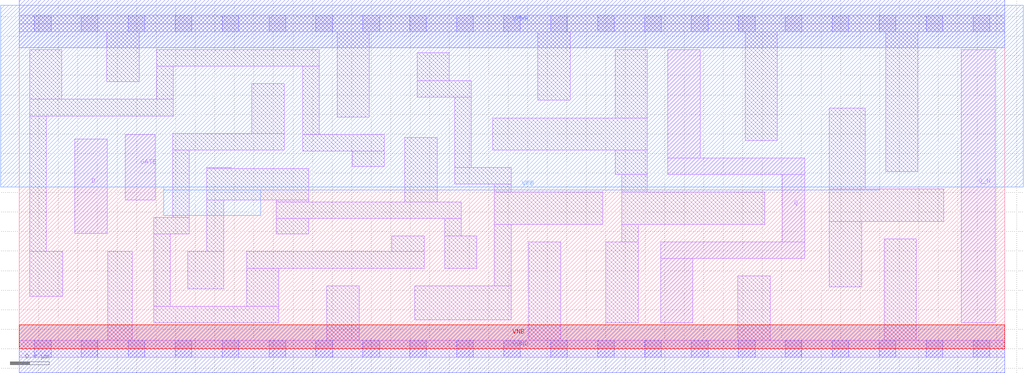
<source format=lef>
# Copyright 2020 The SkyWater PDK Authors
#
# Licensed under the Apache License, Version 2.0 (the "License");
# you may not use this file except in compliance with the License.
# You may obtain a copy of the License at
#
#     https://www.apache.org/licenses/LICENSE-2.0
#
# Unless required by applicable law or agreed to in writing, software
# distributed under the License is distributed on an "AS IS" BASIS,
# WITHOUT WARRANTIES OR CONDITIONS OF ANY KIND, either express or implied.
# See the License for the specific language governing permissions and
# limitations under the License.
#
# SPDX-License-Identifier: Apache-2.0

VERSION 5.7 ;
  NOWIREEXTENSIONATPIN ON ;
  DIVIDERCHAR "/" ;
  BUSBITCHARS "[]" ;
MACRO sky130_fd_sc_lp__dlxbp_lp
  CLASS CORE ;
  FOREIGN sky130_fd_sc_lp__dlxbp_lp ;
  ORIGIN  0.000000  0.000000 ;
  SIZE  10.08000 BY  3.330000 ;
  SYMMETRY X Y R90 ;
  SITE unit ;
  PIN D
    ANTENNAGATEAREA  0.318000 ;
    DIRECTION INPUT ;
    USE SIGNAL ;
    PORT
      LAYER li1 ;
        RECT 0.570000 1.180000 0.900000 2.150000 ;
    END
  END D
  PIN Q
    ANTENNADIFFAREA  0.585900 ;
    DIRECTION OUTPUT ;
    USE SIGNAL ;
    PORT
      LAYER li1 ;
        RECT 6.560000 0.265000 6.890000 0.925000 ;
        RECT 6.560000 0.925000 8.035000 1.095000 ;
        RECT 6.635000 1.785000 8.035000 1.955000 ;
        RECT 6.635000 1.955000 6.965000 3.065000 ;
        RECT 7.805000 1.095000 8.035000 1.785000 ;
    END
  END Q
  PIN Q_N
    ANTENNADIFFAREA  0.579600 ;
    DIRECTION OUTPUT ;
    USE SIGNAL ;
    PORT
      LAYER li1 ;
        RECT 9.635000 0.265000 9.980000 3.065000 ;
    END
  END Q_N
  PIN GATE
    ANTENNAGATEAREA  0.318000 ;
    DIRECTION INPUT ;
    USE CLOCK ;
    PORT
      LAYER li1 ;
        RECT 1.085000 1.525000 1.390000 2.195000 ;
    END
  END GATE
  PIN VGND
    DIRECTION INOUT ;
    USE GROUND ;
    PORT
      LAYER met1 ;
        RECT 0.000000 -0.245000 10.080000 0.245000 ;
    END
  END VGND
  PIN VNB
    DIRECTION INOUT ;
    USE GROUND ;
    PORT
      LAYER pwell ;
        RECT 0.000000 0.000000 10.080000 0.245000 ;
    END
  END VNB
  PIN VPB
    DIRECTION INOUT ;
    USE POWER ;
    PORT
      LAYER nwell ;
        RECT -0.190000 1.655000 10.270000 3.520000 ;
        RECT  1.480000 1.365000  2.470000 1.625000 ;
        RECT  1.480000 1.625000  8.800000 1.655000 ;
    END
  END VPB
  PIN VPWR
    DIRECTION INOUT ;
    USE POWER ;
    PORT
      LAYER met1 ;
        RECT 0.000000 3.085000 10.080000 3.575000 ;
    END
  END VPWR
  OBS
    LAYER li1 ;
      RECT 0.000000 -0.085000 10.080000 0.085000 ;
      RECT 0.000000  3.245000 10.080000 3.415000 ;
      RECT 0.105000  0.535000  0.445000 0.995000 ;
      RECT 0.105000  0.995000  0.275000 2.385000 ;
      RECT 0.105000  2.385000  1.575000 2.555000 ;
      RECT 0.105000  2.555000  0.435000 3.065000 ;
      RECT 0.895000  2.735000  1.225000 3.245000 ;
      RECT 0.905000  0.085000  1.155000 0.995000 ;
      RECT 1.375000  0.265000  2.655000 0.435000 ;
      RECT 1.375000  0.435000  1.545000 1.175000 ;
      RECT 1.375000  1.175000  1.740000 1.345000 ;
      RECT 1.405000  2.555000  1.575000 2.895000 ;
      RECT 1.405000  2.895000  3.070000 3.065000 ;
      RECT 1.570000  1.345000  1.740000 2.035000 ;
      RECT 1.570000  2.035000  2.710000 2.205000 ;
      RECT 1.725000  0.615000  2.090000 0.995000 ;
      RECT 1.920000  0.995000  2.090000 1.525000 ;
      RECT 1.920000  1.525000  2.960000 1.845000 ;
      RECT 1.920000  1.845000  2.170000 1.855000 ;
      RECT 2.325000  0.435000  2.655000 0.825000 ;
      RECT 2.325000  0.825000  4.140000 0.995000 ;
      RECT 2.380000  2.205000  2.710000 2.715000 ;
      RECT 2.630000  1.175000  2.960000 1.335000 ;
      RECT 2.630000  1.335000  4.520000 1.505000 ;
      RECT 2.630000  1.505000  2.960000 1.525000 ;
      RECT 2.900000  2.025000  3.735000 2.195000 ;
      RECT 2.900000  2.195000  3.070000 2.895000 ;
      RECT 3.145000  0.085000  3.475000 0.645000 ;
      RECT 3.250000  2.375000  3.580000 3.245000 ;
      RECT 3.405000  1.865000  3.735000 2.025000 ;
      RECT 3.810000  0.995000  4.140000 1.155000 ;
      RECT 3.945000  1.505000  4.275000 2.165000 ;
      RECT 4.045000  0.295000  5.030000 0.645000 ;
      RECT 4.070000  2.575000  4.625000 2.745000 ;
      RECT 4.070000  2.745000  4.400000 3.035000 ;
      RECT 4.350000  0.825000  4.680000 1.155000 ;
      RECT 4.350000  1.155000  4.520000 1.335000 ;
      RECT 4.455000  1.685000  5.030000 1.855000 ;
      RECT 4.455000  1.855000  4.625000 2.575000 ;
      RECT 4.845000  2.035000  6.425000 2.365000 ;
      RECT 4.860000  0.645000  5.030000 1.275000 ;
      RECT 4.860000  1.275000  5.970000 1.605000 ;
      RECT 4.860000  1.605000  5.030000 1.685000 ;
      RECT 5.210000  0.085000  5.540000 1.095000 ;
      RECT 5.305000  2.545000  5.635000 3.245000 ;
      RECT 6.000000  0.265000  6.330000 1.095000 ;
      RECT 6.095000  1.785000  6.425000 2.035000 ;
      RECT 6.095000  2.365000  6.425000 3.065000 ;
      RECT 6.160000  1.095000  6.330000 1.275000 ;
      RECT 6.160000  1.275000  7.625000 1.605000 ;
      RECT 6.160000  1.605000  6.425000 1.785000 ;
      RECT 7.350000  0.085000  7.680000 0.745000 ;
      RECT 7.425000  2.135000  7.755000 3.245000 ;
      RECT 8.285000  0.635000  8.615000 1.305000 ;
      RECT 8.285000  1.305000  9.455000 1.635000 ;
      RECT 8.285000  1.635000  8.650000 2.465000 ;
      RECT 8.845000  0.085000  9.175000 1.125000 ;
      RECT 8.860000  1.815000  9.190000 3.245000 ;
    LAYER mcon ;
      RECT 0.155000 -0.085000 0.325000 0.085000 ;
      RECT 0.155000  3.245000 0.325000 3.415000 ;
      RECT 0.635000 -0.085000 0.805000 0.085000 ;
      RECT 0.635000  3.245000 0.805000 3.415000 ;
      RECT 1.115000 -0.085000 1.285000 0.085000 ;
      RECT 1.115000  3.245000 1.285000 3.415000 ;
      RECT 1.595000 -0.085000 1.765000 0.085000 ;
      RECT 1.595000  3.245000 1.765000 3.415000 ;
      RECT 2.075000 -0.085000 2.245000 0.085000 ;
      RECT 2.075000  3.245000 2.245000 3.415000 ;
      RECT 2.555000 -0.085000 2.725000 0.085000 ;
      RECT 2.555000  3.245000 2.725000 3.415000 ;
      RECT 3.035000 -0.085000 3.205000 0.085000 ;
      RECT 3.035000  3.245000 3.205000 3.415000 ;
      RECT 3.515000 -0.085000 3.685000 0.085000 ;
      RECT 3.515000  3.245000 3.685000 3.415000 ;
      RECT 3.995000 -0.085000 4.165000 0.085000 ;
      RECT 3.995000  3.245000 4.165000 3.415000 ;
      RECT 4.475000 -0.085000 4.645000 0.085000 ;
      RECT 4.475000  3.245000 4.645000 3.415000 ;
      RECT 4.955000 -0.085000 5.125000 0.085000 ;
      RECT 4.955000  3.245000 5.125000 3.415000 ;
      RECT 5.435000 -0.085000 5.605000 0.085000 ;
      RECT 5.435000  3.245000 5.605000 3.415000 ;
      RECT 5.915000 -0.085000 6.085000 0.085000 ;
      RECT 5.915000  3.245000 6.085000 3.415000 ;
      RECT 6.395000 -0.085000 6.565000 0.085000 ;
      RECT 6.395000  3.245000 6.565000 3.415000 ;
      RECT 6.875000 -0.085000 7.045000 0.085000 ;
      RECT 6.875000  3.245000 7.045000 3.415000 ;
      RECT 7.355000 -0.085000 7.525000 0.085000 ;
      RECT 7.355000  3.245000 7.525000 3.415000 ;
      RECT 7.835000 -0.085000 8.005000 0.085000 ;
      RECT 7.835000  3.245000 8.005000 3.415000 ;
      RECT 8.315000 -0.085000 8.485000 0.085000 ;
      RECT 8.315000  3.245000 8.485000 3.415000 ;
      RECT 8.795000 -0.085000 8.965000 0.085000 ;
      RECT 8.795000  3.245000 8.965000 3.415000 ;
      RECT 9.275000 -0.085000 9.445000 0.085000 ;
      RECT 9.275000  3.245000 9.445000 3.415000 ;
      RECT 9.755000 -0.085000 9.925000 0.085000 ;
      RECT 9.755000  3.245000 9.925000 3.415000 ;
  END
END sky130_fd_sc_lp__dlxbp_lp
END LIBRARY

</source>
